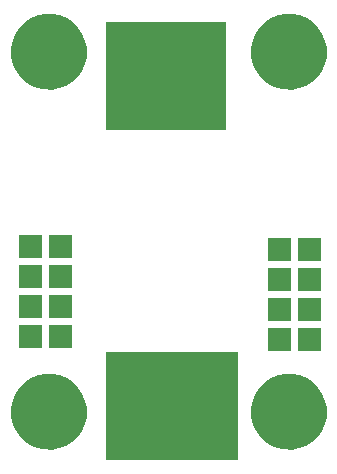
<source format=gbr>
G04 #@! TF.GenerationSoftware,KiCad,Pcbnew,(2017-02-05 revision 431abcf)-makepkg*
G04 #@! TF.CreationDate,2017-03-02T10:01:43+01:00*
G04 #@! TF.ProjectId,LINREG01A,4C494E5245473031412E6B696361645F,rev?*
G04 #@! TF.FileFunction,Soldermask,Top*
G04 #@! TF.FilePolarity,Negative*
%FSLAX46Y46*%
G04 Gerber Fmt 4.6, Leading zero omitted, Abs format (unit mm)*
G04 Created by KiCad (PCBNEW (2017-02-05 revision 431abcf)-makepkg) date 03/02/17 10:01:43*
%MOMM*%
%LPD*%
G01*
G04 APERTURE LIST*
%ADD10C,0.500000*%
G04 APERTURE END LIST*
D10*
G36*
X21082000Y1016000D02*
X9906000Y1016000D01*
X9906000Y10160000D01*
X21082000Y10160000D01*
X21082000Y1016000D01*
X21082000Y1016000D01*
G37*
G36*
X5416110Y8277872D02*
X6030848Y8151685D01*
X6609363Y7908500D01*
X7129631Y7557574D01*
X7571824Y7112283D01*
X7919105Y6589582D01*
X8158249Y6009378D01*
X8280004Y5394466D01*
X8280004Y5394449D01*
X8280137Y5393776D01*
X8270128Y4676993D01*
X8269977Y4676330D01*
X8269977Y4676306D01*
X8131099Y4065032D01*
X7875851Y3491739D01*
X7514107Y2978933D01*
X7059653Y2546162D01*
X6529787Y2209900D01*
X5944712Y1982964D01*
X5326688Y1873989D01*
X4699273Y1887132D01*
X4086359Y2021890D01*
X3511293Y2273129D01*
X2995980Y2631282D01*
X2560044Y3082706D01*
X2220093Y3610208D01*
X1989075Y4193693D01*
X1875790Y4810936D01*
X1884551Y5438424D01*
X2015027Y6052266D01*
X2262248Y6629075D01*
X2616795Y7146877D01*
X3065163Y7585952D01*
X3590276Y7929576D01*
X4172132Y8164661D01*
X4788571Y8282254D01*
X5416110Y8277872D01*
X5416110Y8277872D01*
G37*
G36*
X25736110Y8277872D02*
X26350848Y8151685D01*
X26929363Y7908500D01*
X27449631Y7557574D01*
X27891824Y7112283D01*
X28239105Y6589582D01*
X28478249Y6009378D01*
X28600004Y5394466D01*
X28600004Y5394449D01*
X28600137Y5393776D01*
X28590128Y4676993D01*
X28589977Y4676330D01*
X28589977Y4676306D01*
X28451099Y4065032D01*
X28195851Y3491739D01*
X27834107Y2978933D01*
X27379653Y2546162D01*
X26849787Y2209900D01*
X26264712Y1982964D01*
X25646688Y1873989D01*
X25019273Y1887132D01*
X24406359Y2021890D01*
X23831293Y2273129D01*
X23315980Y2631282D01*
X22880044Y3082706D01*
X22540093Y3610208D01*
X22309075Y4193693D01*
X22195790Y4810936D01*
X22204551Y5438424D01*
X22335027Y6052266D01*
X22582248Y6629075D01*
X22936795Y7146877D01*
X23385163Y7585952D01*
X23910276Y7929576D01*
X24492132Y8164661D01*
X25108571Y8282254D01*
X25736110Y8277872D01*
X25736110Y8277872D01*
G37*
G36*
X25600000Y10214000D02*
X23676000Y10214000D01*
X23676000Y12138000D01*
X25600000Y12138000D01*
X25600000Y10214000D01*
X25600000Y10214000D01*
G37*
G36*
X28140000Y10214000D02*
X26216000Y10214000D01*
X26216000Y12138000D01*
X28140000Y12138000D01*
X28140000Y10214000D01*
X28140000Y10214000D01*
G37*
G36*
X7058000Y10468000D02*
X5134000Y10468000D01*
X5134000Y12392000D01*
X7058000Y12392000D01*
X7058000Y10468000D01*
X7058000Y10468000D01*
G37*
G36*
X4518000Y10468000D02*
X2594000Y10468000D01*
X2594000Y12392000D01*
X4518000Y12392000D01*
X4518000Y10468000D01*
X4518000Y10468000D01*
G37*
G36*
X25600000Y12754000D02*
X23676000Y12754000D01*
X23676000Y14678000D01*
X25600000Y14678000D01*
X25600000Y12754000D01*
X25600000Y12754000D01*
G37*
G36*
X28140000Y12754000D02*
X26216000Y12754000D01*
X26216000Y14678000D01*
X28140000Y14678000D01*
X28140000Y12754000D01*
X28140000Y12754000D01*
G37*
G36*
X4518000Y13008000D02*
X2594000Y13008000D01*
X2594000Y14932000D01*
X4518000Y14932000D01*
X4518000Y13008000D01*
X4518000Y13008000D01*
G37*
G36*
X7058000Y13008000D02*
X5134000Y13008000D01*
X5134000Y14932000D01*
X7058000Y14932000D01*
X7058000Y13008000D01*
X7058000Y13008000D01*
G37*
G36*
X25600000Y15294000D02*
X23676000Y15294000D01*
X23676000Y17218000D01*
X25600000Y17218000D01*
X25600000Y15294000D01*
X25600000Y15294000D01*
G37*
G36*
X28140000Y15294000D02*
X26216000Y15294000D01*
X26216000Y17218000D01*
X28140000Y17218000D01*
X28140000Y15294000D01*
X28140000Y15294000D01*
G37*
G36*
X4518000Y15548000D02*
X2594000Y15548000D01*
X2594000Y17472000D01*
X4518000Y17472000D01*
X4518000Y15548000D01*
X4518000Y15548000D01*
G37*
G36*
X7058000Y15548000D02*
X5134000Y15548000D01*
X5134000Y17472000D01*
X7058000Y17472000D01*
X7058000Y15548000D01*
X7058000Y15548000D01*
G37*
G36*
X25600000Y17834000D02*
X23676000Y17834000D01*
X23676000Y19758000D01*
X25600000Y19758000D01*
X25600000Y17834000D01*
X25600000Y17834000D01*
G37*
G36*
X28140000Y17834000D02*
X26216000Y17834000D01*
X26216000Y19758000D01*
X28140000Y19758000D01*
X28140000Y17834000D01*
X28140000Y17834000D01*
G37*
G36*
X7058000Y18088000D02*
X5134000Y18088000D01*
X5134000Y20012000D01*
X7058000Y20012000D01*
X7058000Y18088000D01*
X7058000Y18088000D01*
G37*
G36*
X4518000Y18088000D02*
X2594000Y18088000D01*
X2594000Y20012000D01*
X4518000Y20012000D01*
X4518000Y18088000D01*
X4518000Y18088000D01*
G37*
G36*
X20066000Y28956000D02*
X9906000Y28956000D01*
X9906000Y38100000D01*
X20066000Y38100000D01*
X20066000Y28956000D01*
X20066000Y28956000D01*
G37*
G36*
X25736110Y38757872D02*
X26350848Y38631685D01*
X26929363Y38388500D01*
X27449631Y38037574D01*
X27891824Y37592283D01*
X28239105Y37069582D01*
X28478249Y36489378D01*
X28600004Y35874466D01*
X28600004Y35874449D01*
X28600137Y35873776D01*
X28590128Y35156993D01*
X28589977Y35156330D01*
X28589977Y35156306D01*
X28451099Y34545032D01*
X28195851Y33971739D01*
X27834107Y33458933D01*
X27379653Y33026162D01*
X26849787Y32689900D01*
X26264712Y32462964D01*
X25646688Y32353989D01*
X25019273Y32367132D01*
X24406359Y32501890D01*
X23831293Y32753129D01*
X23315980Y33111282D01*
X22880044Y33562706D01*
X22540093Y34090208D01*
X22309075Y34673693D01*
X22195790Y35290936D01*
X22204551Y35918424D01*
X22335027Y36532266D01*
X22582248Y37109075D01*
X22936795Y37626877D01*
X23385163Y38065952D01*
X23910276Y38409576D01*
X24492132Y38644661D01*
X25108571Y38762254D01*
X25736110Y38757872D01*
X25736110Y38757872D01*
G37*
G36*
X5416110Y38757872D02*
X6030848Y38631685D01*
X6609363Y38388500D01*
X7129631Y38037574D01*
X7571824Y37592283D01*
X7919105Y37069582D01*
X8158249Y36489378D01*
X8280004Y35874466D01*
X8280004Y35874449D01*
X8280137Y35873776D01*
X8270128Y35156993D01*
X8269977Y35156330D01*
X8269977Y35156306D01*
X8131099Y34545032D01*
X7875851Y33971739D01*
X7514107Y33458933D01*
X7059653Y33026162D01*
X6529787Y32689900D01*
X5944712Y32462964D01*
X5326688Y32353989D01*
X4699273Y32367132D01*
X4086359Y32501890D01*
X3511293Y32753129D01*
X2995980Y33111282D01*
X2560044Y33562706D01*
X2220093Y34090208D01*
X1989075Y34673693D01*
X1875790Y35290936D01*
X1884551Y35918424D01*
X2015027Y36532266D01*
X2262248Y37109075D01*
X2616795Y37626877D01*
X3065163Y38065952D01*
X3590276Y38409576D01*
X4172132Y38644661D01*
X4788571Y38762254D01*
X5416110Y38757872D01*
X5416110Y38757872D01*
G37*
M02*

</source>
